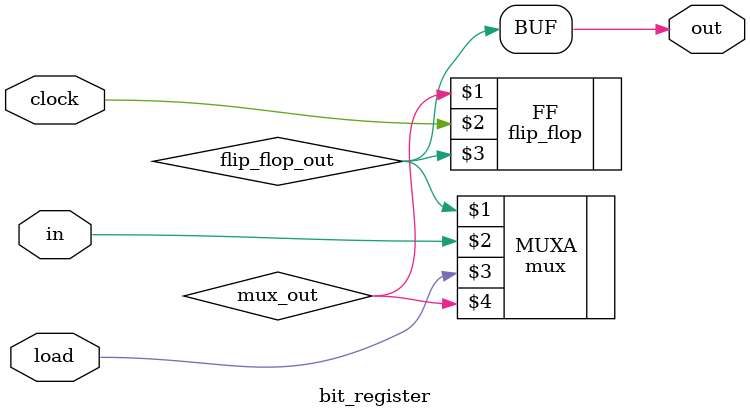
<source format=v>
module bit_register(input in,
                    input load,
                    input clock,
                    output out);
    wire flip_flop_out, mux_out;
    mux MUXA (flip_flop_out, in, load, mux_out);
    flip_flop FF (mux_out, clock, flip_flop_out);
    assign out = flip_flop_out;
endmodule

</source>
